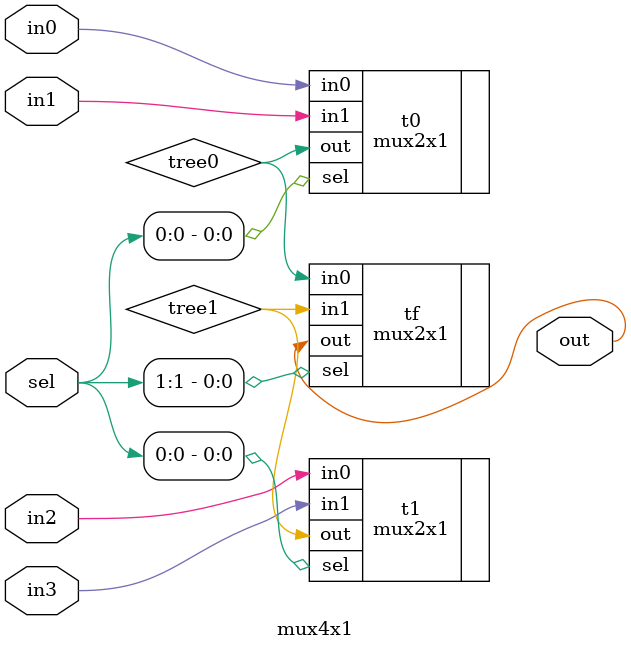
<source format=v>
module mux4x1 #(
  parameter W = 1
  )(
  input  [1:0] sel,
  input  [W-1:0] in0,
  input  [W-1:0] in1,
  input  [W-1:0] in2,
  input  [W-1:0] in3,
  output [W-1:0] out);

  wire [W-1:0] tree0;
  wire [W-1:0] tree1;

  mux2x1 #(.W(W)) t0 (
    .sel (sel[0]),
    .in0 (in0),
    .in1 (in1),
    .out (tree0));

  mux2x1 #(.W(W)) t1 (
    .sel (sel[0]),
    .in0 (in2),
    .in1 (in3),
    .out (tree1));

  mux2x1 #(.W(W)) tf (
    .sel (sel[1]),
    .in0 (tree0),
    .in1 (tree1),
    .out (out));

endmodule

</source>
